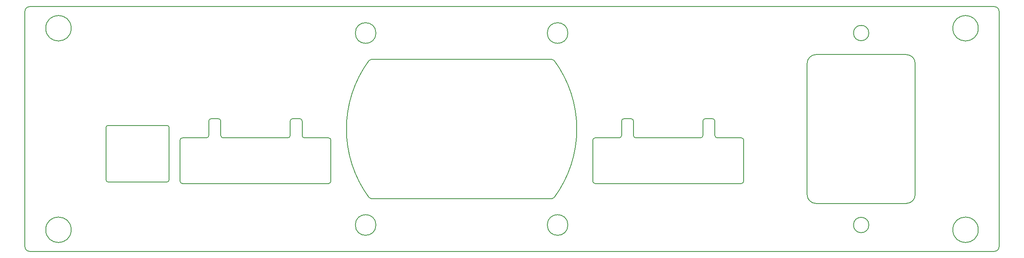
<source format=gm1>
%TF.GenerationSoftware,KiCad,Pcbnew,5.1.10-88a1d61d58~90~ubuntu20.04.1*%
%TF.CreationDate,2021-10-18T00:01:49+03:00*%
%TF.ProjectId,PRS_rear_panel,5052535f-7265-4617-925f-70616e656c2e,rev?*%
%TF.SameCoordinates,Original*%
%TF.FileFunction,Profile,NP*%
%FSLAX46Y46*%
G04 Gerber Fmt 4.6, Leading zero omitted, Abs format (unit mm)*
G04 Created by KiCad (PCBNEW 5.1.10-88a1d61d58~90~ubuntu20.04.1) date 2021-10-18 00:01:49*
%MOMM*%
%LPD*%
G01*
G04 APERTURE LIST*
%TA.AperFunction,Profile*%
%ADD10C,0.200000*%
%TD*%
G04 APERTURE END LIST*
D10*
X194280000Y-76350000D02*
G75*
G02*
X193780000Y-75850000I0J500000D01*
G01*
X194280000Y-76350000D02*
X199280000Y-76350000D01*
X193780000Y-72850000D02*
X193780000Y-75850000D01*
X193280000Y-72350000D02*
G75*
G02*
X193780000Y-72850000I0J-500000D01*
G01*
X193280000Y-72350000D02*
X191780000Y-72350000D01*
X191280000Y-72850000D02*
G75*
G02*
X191780000Y-72350000I500000J0D01*
G01*
X191280000Y-72850000D02*
X191280000Y-75850000D01*
X191280000Y-75850000D02*
G75*
G02*
X190780000Y-76350000I-500000J0D01*
G01*
X177320000Y-76350000D02*
X190780000Y-76350000D01*
X177320000Y-76350000D02*
G75*
G02*
X176820000Y-75850000I0J500000D01*
G01*
X176820000Y-72850000D02*
X176820000Y-75850000D01*
X176320000Y-72350000D02*
G75*
G02*
X176820000Y-72850000I0J-500000D01*
G01*
X174820000Y-72350000D02*
X176320000Y-72350000D01*
X174320000Y-72850000D02*
G75*
G02*
X174820000Y-72350000I500000J0D01*
G01*
X174320000Y-72850000D02*
X174320000Y-75850000D01*
X174320000Y-75850000D02*
G75*
G02*
X173820000Y-76350000I-500000J0D01*
G01*
X168820000Y-76350000D02*
X173820000Y-76350000D01*
X108279999Y-76350000D02*
G75*
G02*
X107779999Y-75850000I0J500000D01*
G01*
X108279999Y-76350000D02*
X113280000Y-76350000D01*
X107779999Y-72850000D02*
X107779999Y-75850000D01*
X107279999Y-72350000D02*
G75*
G02*
X107779999Y-72850000I0J-500000D01*
G01*
X107279999Y-72350000D02*
X105779999Y-72350000D01*
X105279999Y-72850000D02*
G75*
G02*
X105779999Y-72350000I500000J0D01*
G01*
X105279999Y-72850000D02*
X105279999Y-75850000D01*
X105279999Y-75850000D02*
G75*
G02*
X104779999Y-76350000I-500000J0D01*
G01*
X91320000Y-76350000D02*
X104779999Y-76350000D01*
X91320000Y-76350000D02*
G75*
G02*
X90820000Y-75850000I0J500000D01*
G01*
X90820000Y-72850000D02*
X90820000Y-75850000D01*
X90320000Y-72350000D02*
G75*
G02*
X90820000Y-72850000I0J-500000D01*
G01*
X88820000Y-72350000D02*
X90320000Y-72350000D01*
X88320000Y-72850000D02*
G75*
G02*
X88820000Y-72350000I500000J0D01*
G01*
X88320000Y-72850000D02*
X88320000Y-75850000D01*
X88320000Y-75850000D02*
G75*
G02*
X87820000Y-76350000I-500000J0D01*
G01*
X82820000Y-76350000D02*
X87820000Y-76350000D01*
X199280000Y-76350000D02*
G75*
G02*
X199780000Y-76850000I0J-500000D01*
G01*
X168320000Y-76850000D02*
G75*
G02*
X168820000Y-76350000I500000J0D01*
G01*
X199780000Y-85350000D02*
X199780000Y-76850000D01*
X168320000Y-85350000D02*
X168320000Y-76850000D01*
X113280000Y-76350000D02*
G75*
G02*
X113780000Y-76850000I0J-500000D01*
G01*
X82320000Y-76850000D02*
G75*
G02*
X82820000Y-76350000I500000J0D01*
G01*
X113780000Y-85350000D02*
X113780000Y-76850000D01*
X82320000Y-85350000D02*
X82320000Y-76850000D01*
X225850000Y-54500000D02*
G75*
G03*
X225850000Y-54500000I-1600000J0D01*
G01*
X225850000Y-94500000D02*
G75*
G03*
X225850000Y-94500000I-1600000J0D01*
G01*
X214800000Y-90000000D02*
G75*
G02*
X213000000Y-88200000I0J1800000D01*
G01*
X213000000Y-88200000D02*
X213000000Y-60800000D01*
X214800000Y-90000000D02*
X233700000Y-90000000D01*
X235500000Y-88200000D02*
G75*
G02*
X233700000Y-90000000I-1800000J0D01*
G01*
X235500000Y-88200000D02*
X235500000Y-60800000D01*
X233700000Y-59000000D02*
G75*
G02*
X235500000Y-60800000I0J-1800000D01*
G01*
X214800000Y-59000000D02*
X233700000Y-59000000D01*
X213000000Y-60800000D02*
G75*
G02*
X214800000Y-59000000I1800000J0D01*
G01*
X122125413Y-89000000D02*
G75*
G02*
X121723826Y-88797872I0J500000D01*
G01*
X121723826Y-88797873D02*
G75*
G02*
X121723826Y-60202127I19276174J14297873D01*
G01*
X122125413Y-89000000D02*
X159874586Y-88999999D01*
X160276173Y-88797872D02*
G75*
G02*
X159874586Y-89000000I-401587J297872D01*
G01*
X160276173Y-60202127D02*
G75*
G02*
X160276173Y-88797872I-19276173J-14297873D01*
G01*
X159874586Y-59999999D02*
G75*
G02*
X160276173Y-60202127I0J-500000D01*
G01*
X122125413Y-60000000D02*
X159874586Y-59999999D01*
X121723826Y-60202128D02*
G75*
G02*
X122125413Y-60000000I401587J-297872D01*
G01*
X163150000Y-54500000D02*
G75*
G03*
X163150000Y-54500000I-2150000J0D01*
G01*
X123150000Y-54500000D02*
G75*
G03*
X123150000Y-54500000I-2150000J0D01*
G01*
X163150000Y-94500000D02*
G75*
G03*
X163150000Y-94500000I-2150000J0D01*
G01*
X123150000Y-94500000D02*
G75*
G03*
X123150000Y-94500000I-2150000J0D01*
G01*
X168820000Y-85850000D02*
G75*
G02*
X168320000Y-85350000I0J500000D01*
G01*
X168820000Y-85850000D02*
X199280000Y-85850000D01*
X199780000Y-85350000D02*
G75*
G02*
X199280000Y-85850000I-500000J0D01*
G01*
X82820000Y-85850000D02*
G75*
G02*
X82320000Y-85350000I0J500000D01*
G01*
X82820000Y-85850000D02*
X113280000Y-85850000D01*
X113780000Y-85350000D02*
G75*
G02*
X113280000Y-85850000I-500000J0D01*
G01*
X67380000Y-85550001D02*
G75*
G02*
X66879999Y-85050000I0J500001D01*
G01*
X66879999Y-85050000D02*
X66879999Y-74250000D01*
X67380000Y-85550000D02*
X79580000Y-85550000D01*
X80080000Y-85050000D02*
G75*
G02*
X79580000Y-85550000I-500000J0D01*
G01*
X80080000Y-85050000D02*
X80080000Y-74250000D01*
X79580000Y-73750000D02*
G75*
G02*
X80080000Y-74250000I0J-500000D01*
G01*
X67380000Y-73750000D02*
X79580000Y-73750000D01*
X66880000Y-74250000D02*
G75*
G02*
X67380000Y-73750000I500000J0D01*
G01*
X51000000Y-100000000D02*
G75*
G02*
X50000000Y-99000000I0J1000000D01*
G01*
X50000000Y-99000000D02*
X50000000Y-50000000D01*
X51000000Y-100000000D02*
X252000000Y-100000000D01*
X253000000Y-99000000D02*
G75*
G02*
X252000000Y-100000000I-1000000J0D01*
G01*
X253000000Y-99000000D02*
X253000000Y-50000000D01*
X252000000Y-49000000D02*
G75*
G02*
X253000000Y-50000000I0J-1000000D01*
G01*
X51000000Y-49000000D02*
X252000000Y-49000000D01*
X50000000Y-50000000D02*
G75*
G02*
X51000000Y-49000000I1000000J0D01*
G01*
X248650000Y-53500000D02*
G75*
G03*
X248650000Y-53500000I-2650000J0D01*
G01*
X248650000Y-95500000D02*
G75*
G03*
X248650000Y-95500000I-2650000J0D01*
G01*
X59650000Y-53500000D02*
G75*
G03*
X59650000Y-53500000I-2650000J0D01*
G01*
X59650000Y-95500000D02*
G75*
G03*
X59650000Y-95500000I-2650000J0D01*
G01*
M02*

</source>
